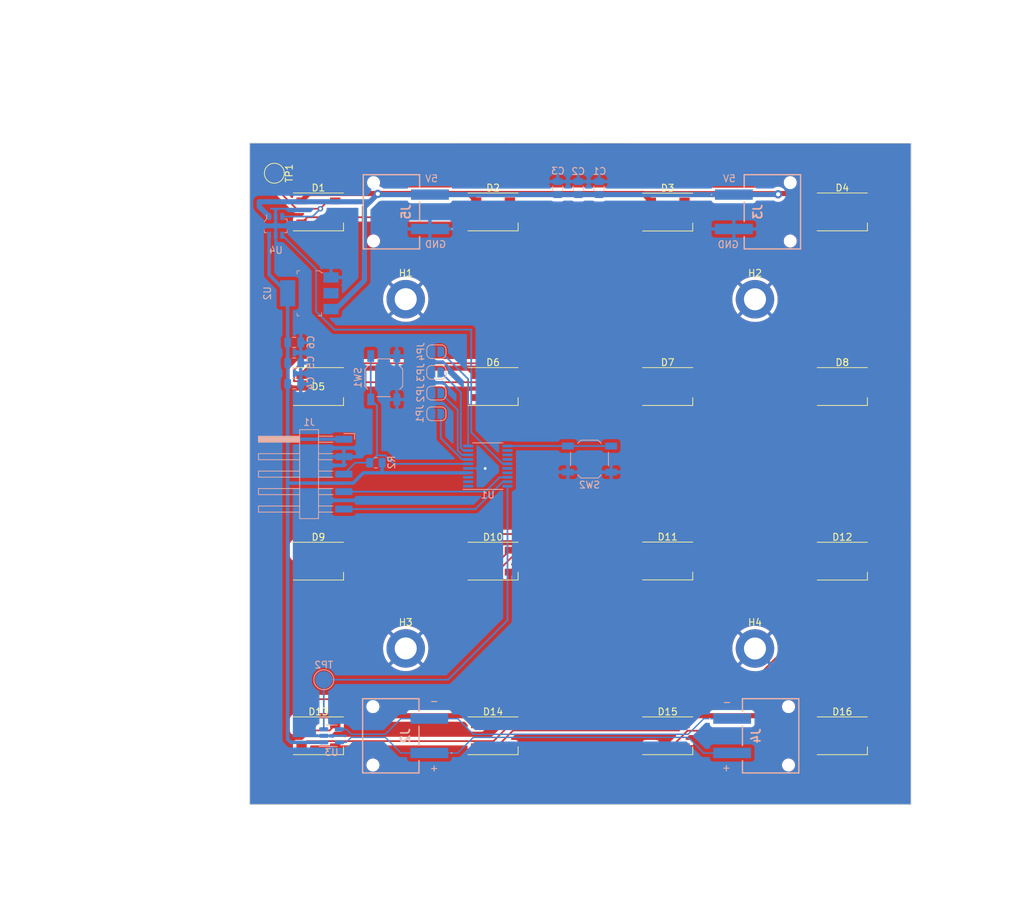
<source format=kicad_pcb>
(kicad_pcb (version 20221018) (generator pcbnew)
  (layers (0 "F.Cu" signal) (31 "B.Cu" signal) (34 "B.Paste" user) (35 "F.Paste" user) (36 "B.SilkS" user "B.Silkscreen") (37 "F.SilkS" user "F.Silkscreen") (38 "B.Mask" user) (39 "F.Mask" user) (44 "Edge.Cuts" user))
  (net 0 "")
  (net 1 "+5V")
  (net 2 "GND")
  (net 3 "+3V3")
  (net 4 "/LED_IN")
  (net 5 "Net-(D1-DOUT)")
  (net 6 "Net-(D2-DOUT)")
  (net 7 "Net-(D3-DOUT)")
  (net 8 "Net-(D4-DOUT)")
  (net 9 "Net-(D5-DOUT)")
  (net 10 "Net-(D6-DOUT)")
  (net 11 "Net-(D7-DOUT)")
  (net 12 "Net-(D8-DOUT)")
  (net 13 "Net-(D10-DIN)")
  (net 14 "Net-(D10-DOUT)")
  (net 15 "Net-(D11-DOUT)")
  (net 16 "Net-(D12-DOUT)")
  (net 17 "Net-(D13-DOUT)")
  (net 18 "Net-(D14-DOUT)")
  (net 19 "Net-(D15-DOUT)")
  (net 21 "/ID0")
  (net 22 "/ID1")
  (net 23 "/ID2")
  (net 24 "/ID3")
  (net 25 "/RST")
  (net 29 "/Test")
  (net 33 "/LED_OUT")
  (net 36 "/SWDIO")
  (net 37 "/SWCLK")
  (net 38 "/RX")
  (net 39 "/RX_N")
  (net 40 "/RX_P")
  (footprint "MountingHole:MountingHole_3.2mm_M3_DIN965_Pad" (layer "F.Cu") (at 199.25 117.13)
    (fp_text reference "H4" (at 0 -3.8) (layer "F.SilkS"))
    (fp_text value "MountingHole_Pad")
    (pad "1" thru_hole circle (at 0 0) (size 5.6 5.6) (drill 3.2) (layers "*.Cu" "*.Mask") (net 2 "GND"))
  )
  (footprint "LED_SMD:LED_SK6812_PLCC4_5.0x5.0mm_P3.2mm" (layer "F.Cu") (at 135.75 129.825)
    (fp_text reference "D13" (at 0 -3.5) (layer "F.SilkS"))
    (fp_text value "SK6812")
    (pad "1" smd rect (at 2.45 1.6) (size 1.5 1) (layers "F.Cu" "F.Paste" "F.Mask") (net 2 "GND"))
    (pad "2" smd rect (at 2.45 -1.6) (size 1.5 1) (layers "F.Cu" "F.Paste" "F.Mask") (net 16 "Net-(D12-DOUT)"))
    (pad "3" smd rect (at -2.45 -1.6) (size 1.5 1) (layers "F.Cu" "F.Paste" "F.Mask") (net 1 "+5V"))
    (pad "4" smd rect (at -2.45 1.6) (size 1.5 1) (layers "F.Cu" "F.Paste" "F.Mask") (net 17 "Net-(D13-DOUT)"))
  )
  (footprint "LED_SMD:LED_SK6812_PLCC4_5.0x5.0mm_P3.2mm" (layer "F.Cu") (at 161.15 129.825)
    (fp_text reference "D14" (at 0 -3.5) (layer "F.SilkS"))
    (fp_text value "SK6812")
    (pad "1" smd rect (at 2.45 1.6) (size 1.5 1) (layers "F.Cu" "F.Paste" "F.Mask") (net 2 "GND"))
    (pad "2" smd rect (at 2.45 -1.6) (size 1.5 1) (layers "F.Cu" "F.Paste" "F.Mask") (net 17 "Net-(D13-DOUT)"))
    (pad "3" smd rect (at -2.45 -1.6) (size 1.5 1) (layers "F.Cu" "F.Paste" "F.Mask") (net 1 "+5V"))
    (pad "4" smd rect (at -2.45 1.6) (size 1.5 1) (layers "F.Cu" "F.Paste" "F.Mask") (net 18 "Net-(D14-DOUT)"))
  )
  (footprint "MountingHole:MountingHole_3.2mm_M3_DIN965_Pad" (layer "F.Cu") (at 148.45 66.32)
    (fp_text reference "H1" (at 0 -3.8) (layer "F.SilkS"))
    (fp_text value "MountingHole_Pad")
    (pad "1" thru_hole circle (at 0 0) (size 5.6 5.6) (drill 3.2) (layers "*.Cu" "*.Mask") (net 2 "GND"))
  )
  (footprint "LED_SMD:LED_SK6812_PLCC4_5.0x5.0mm_P3.2mm" (layer "F.Cu") (at 211.95 53.625)
    (fp_text reference "D4" (at 0 -3.5) (layer "F.SilkS"))
    (fp_text value "SK6812")
    (pad "1" smd rect (at 2.45 1.6) (size 1.5 1) (layers "F.Cu" "F.Paste" "F.Mask") (net 2 "GND"))
    (pad "2" smd rect (at 2.45 -1.6) (size 1.5 1) (layers "F.Cu" "F.Paste" "F.Mask") (net 7 "Net-(D3-DOUT)"))
    (pad "3" smd rect (at -2.45 -1.6) (size 1.5 1) (layers "F.Cu" "F.Paste" "F.Mask") (net 1 "+5V"))
    (pad "4" smd rect (at -2.45 1.6) (size 1.5 1) (layers "F.Cu" "F.Paste" "F.Mask") (net 8 "Net-(D4-DOUT)"))
  )
  (footprint "LED_SMD:LED_SK6812_PLCC4_5.0x5.0mm_P3.2mm" (layer "F.Cu") (at 211.95 79.025)
    (fp_text reference "D8" (at 0 -3.5) (layer "F.SilkS"))
    (fp_text value "SK6812")
    (pad "1" smd rect (at 2.45 1.6) (size 1.5 1) (layers "F.Cu" "F.Paste" "F.Mask") (net 2 "GND"))
    (pad "2" smd rect (at 2.45 -1.6) (size 1.5 1) (layers "F.Cu" "F.Paste" "F.Mask") (net 11 "Net-(D7-DOUT)"))
    (pad "3" smd rect (at -2.45 -1.6) (size 1.5 1) (layers "F.Cu" "F.Paste" "F.Mask") (net 1 "+5V"))
    (pad "4" smd rect (at -2.45 1.6) (size 1.5 1) (layers "F.Cu" "F.Paste" "F.Mask") (net 12 "Net-(D8-DOUT)"))
  )
  (footprint "LED_SMD:LED_SK6812_PLCC4_5.0x5.0mm_P3.2mm" (layer "F.Cu") (at 186.55 104.4)
    (fp_text reference "D11" (at 0 -3.5) (layer "F.SilkS"))
    (fp_text value "SK6812")
    (pad "1" smd rect (at 2.45 1.6) (size 1.5 1) (layers "F.Cu" "F.Paste" "F.Mask") (net 2 "GND"))
    (pad "2" smd rect (at 2.45 -1.6) (size 1.5 1) (layers "F.Cu" "F.Paste" "F.Mask") (net 14 "Net-(D10-DOUT)"))
    (pad "3" smd rect (at -2.45 -1.6) (size 1.5 1) (layers "F.Cu" "F.Paste" "F.Mask") (net 1 "+5V"))
    (pad "4" smd rect (at -2.45 1.6) (size 1.5 1) (layers "F.Cu" "F.Paste" "F.Mask") (net 15 "Net-(D11-DOUT)"))
  )
  (footprint "LED_SMD:LED_SK6812_PLCC4_5.0x5.0mm_P3.2mm" (layer "F.Cu") (at 161.15 79.025)
    (fp_text reference "D6" (at 0 -3.5) (layer "F.SilkS"))
    (fp_text value "SK6812")
    (pad "1" smd rect (at 2.45 1.6) (size 1.5 1) (layers "F.Cu" "F.Paste" "F.Mask") (net 2 "GND"))
    (pad "2" smd rect (at 2.45 -1.6) (size 1.5 1) (layers "F.Cu" "F.Paste" "F.Mask") (net 9 "Net-(D5-DOUT)"))
    (pad "3" smd rect (at -2.45 -1.6) (size 1.5 1) (layers "F.Cu" "F.Paste" "F.Mask") (net 1 "+5V"))
    (pad "4" smd rect (at -2.45 1.6) (size 1.5 1) (layers "F.Cu" "F.Paste" "F.Mask") (net 10 "Net-(D6-DOUT)"))
  )
  (footprint "LED_SMD:LED_SK6812_PLCC4_5.0x5.0mm_P3.2mm" (layer "F.Cu") (at 211.95 129.825)
    (fp_text reference "D16" (at 0 -3.5) (layer "F.SilkS"))
    (fp_text value "SK6812")
    (pad "1" smd rect (at 2.45 1.6) (size 1.5 1) (layers "F.Cu" "F.Paste" "F.Mask") (net 2 "GND"))
    (pad "2" smd rect (at 2.45 -1.6) (size 1.5 1) (layers "F.Cu" "F.Paste" "F.Mask") (net 19 "Net-(D15-DOUT)"))
    (pad "3" smd rect (at -2.45 -1.6) (size 1.5 1) (layers "F.Cu" "F.Paste" "F.Mask") (net 1 "+5V"))
    (pad "4" smd rect (at -2.45 1.6) (size 1.5 1) (layers "F.Cu" "F.Paste" "F.Mask"))
  )
  (footprint "LED_SMD:LED_SK6812_PLCC4_5.0x5.0mm_P3.2mm" (layer "F.Cu") (at 135.75 53.625)
    (fp_text reference "D1" (at 0 -3.5) (layer "F.SilkS"))
    (fp_text value "SK6812")
    (pad "1" smd rect (at 2.45 1.6) (size 1.5 1) (layers "F.Cu" "F.Paste" "F.Mask") (net 2 "GND"))
    (pad "2" smd rect (at 2.45 -1.6) (size 1.5 1) (layers "F.Cu" "F.Paste" "F.Mask") (net 4 "/LED_IN"))
    (pad "3" smd rect (at -2.45 -1.6) (size 1.5 1) (layers "F.Cu" "F.Paste" "F.Mask") (net 1 "+5V"))
    (pad "4" smd rect (at -2.45 1.6) (size 1.5 1) (layers "F.Cu" "F.Paste" "F.Mask") (net 5 "Net-(D1-DOUT)"))
  )
  (footprint "LED_SMD:LED_SK6812_PLCC4_5.0x5.0mm_P3.2mm" (layer "F.Cu") (at 211.95 104.425)
    (fp_text reference "D12" (at 0 -3.5) (layer "F.SilkS"))
    (fp_text value "SK6812")
    (pad "1" smd rect (at 2.45 1.6) (size 1.5 1) (layers "F.Cu" "F.Paste" "F.Mask") (net 2 "GND"))
    (pad "2" smd rect (at 2.45 -1.6) (size 1.5 1) (layers "F.Cu" "F.Paste" "F.Mask") (net 15 "Net-(D11-DOUT)"))
    (pad "3" smd rect (at -2.45 -1.6) (size 1.5 1) (layers "F.Cu" "F.Paste" "F.Mask") (net 1 "+5V"))
    (pad "4" smd rect (at -2.45 1.6) (size 1.5 1) (layers "F.Cu" "F.Paste" "F.Mask") (net 16 "Net-(D12-DOUT)"))
  )
  (footprint "LED_SMD:LED_SK6812_PLCC4_5.0x5.0mm_P3.2mm" (layer "F.Cu") (at 186.55 129.825)
    (fp_text reference "D15" (at 0 -3.5) (layer "F.SilkS"))
    (fp_text value "SK6812")
    (pad "1" smd rect (at 2.45 1.6) (size 1.5 1) (layers "F.Cu" "F.Paste" "F.Mask") (net 2 "GND"))
    (pad "2" smd rect (at 2.45 -1.6) (size 1.5 1) (layers "F.Cu" "F.Paste" "F.Mask") (net 18 "Net-(D14-DOUT)"))
    (pad "3" smd rect (at -2.45 -1.6) (size 1.5 1) (layers "F.Cu" "F.Paste" "F.Mask") (net 1 "+5V"))
    (pad "4" smd rect (at -2.45 1.6) (size 1.5 1) (layers "F.Cu" "F.Paste" "F.Mask") (net 19 "Net-(D15-DOUT)"))
  )
  (footprint "LED_SMD:LED_SK6812_PLCC4_5.0x5.0mm_P3.2mm" (layer "F.Cu") (at 186.55 79.025)
    (fp_text reference "D7" (at 0 -3.5) (layer "F.SilkS"))
    (fp_text value "SK6812")
    (pad "1" smd rect (at 2.45 1.6) (size 1.5 1) (layers "F.Cu" "F.Paste" "F.Mask") (net 2 "GND"))
    (pad "2" smd rect (at 2.45 -1.6) (size 1.5 1) (layers "F.Cu" "F.Paste" "F.Mask") (net 10 "Net-(D6-DOUT)"))
    (pad "3" smd rect (at -2.45 -1.6) (size 1.5 1) (layers "F.Cu" "F.Paste" "F.Mask") (net 1 "+5V"))
    (pad "4" smd rect (at -2.45 1.6) (size 1.5 1) (layers "F.Cu" "F.Paste" "F.Mask") (net 11 "Net-(D7-DOUT)"))
  )
  (footprint "TestPoint:TestPoint_Pad_D2.5mm" (layer "F.Cu") (at 129.34 48 -90)
    (fp_text reference "TP1" (at 0 -2.148 90) (layer "F.SilkS"))
    (fp_text value "TestPoint")
    (pad "1" smd circle (at 0 0 270) (size 2.5 2.5) (layers "F.Cu" "F.Mask") (net 4 "/LED_IN"))
  )
  (footprint "MountingHole:MountingHole_3.2mm_M3_DIN965_Pad" (layer "F.Cu") (at 199.25 66.33)
    (fp_text reference "H2" (at 0 -3.8) (layer "F.SilkS"))
    (fp_text value "MountingHole_Pad")
    (pad "1" thru_hole circle (at 0 0) (size 5.6 5.6) (drill 3.2) (layers "*.Cu" "*.Mask") (net 2 "GND"))
  )
  (footprint "LED_SMD:LED_SK6812_PLCC4_5.0x5.0mm_P3.2mm" (layer "F.Cu") (at 161.15 53.625)
    (fp_text reference "D2" (at 0 -3.5) (layer "F.SilkS"))
    (fp_text value "SK6812")
    (pad "1" smd rect (at 2.45 1.6) (size 1.5 1) (layers "F.Cu" "F.Paste" "F.Mask") (net 2 "GND"))
    (pad "2" smd rect (at 2.45 -1.6) (size 1.5 1) (layers "F.Cu" "F.Paste" "F.Mask") (net 5 "Net-(D1-DOUT)"))
    (pad "3" smd rect (at -2.45 -1.6) (size 1.5 1) (layers "F.Cu" "F.Paste" "F.Mask") (net 1 "+5V"))
    (pad "4" smd rect (at -2.45 1.6) (size 1.5 1) (layers "F.Cu" "F.Paste" "F.Mask") (net 6 "Net-(D2-DOUT)"))
  )
  (footprint "MountingHole:MountingHole_3.2mm_M3_DIN965_Pad" (layer "F.Cu") (at 148.45 117.12)
    (fp_text reference "H3" (at 0 -3.8) (layer "F.SilkS"))
    (fp_text value "MountingHole_Pad")
    (pad "1" thru_hole circle (at 0 0) (size 5.6 5.6) (drill 3.2) (layers "*.Cu" "*.Mask") (net 2 "GND"))
  )
  (footprint "LED_SMD:LED_SK6812_PLCC4_5.0x5.0mm_P3.2mm" (layer "F.Cu") (at 161.15 104.425)
    (fp_text reference "D10" (at 0 -3.5) (layer "F.SilkS"))
    (fp_text value "SK6812")
    (pad "1" smd rect (at 2.45 1.6) (size 1.5 1) (layers "F.Cu" "F.Paste" "F.Mask") (net 2 "GND"))
    (pad "2" smd rect (at 2.45 -1.6) (size 1.5 1) (layers "F.Cu" "F.Paste" "F.Mask") (net 13 "Net-(D10-DIN)"))
    (pad "3" smd rect (at -2.45 -1.6) (size 1.5 1) (layers "F.Cu" "F.Paste" "F.Mask") (net 1 "+5V"))
    (pad "4" smd rect (at -2.45 1.6) (size 1.5 1) (layers "F.Cu" "F.Paste" "F.Mask") (net 14 "Net-(D10-DOUT)"))
  )
  (footprint "LED_SMD:LED_SK6812_PLCC4_5.0x5.0mm_P3.2mm" (layer "F.Cu") (at 186.55 53.65)
    (fp_text reference "D3" (at 0 -3.5) (layer "F.SilkS"))
    (fp_text value "SK6812")
    (pad "1" smd rect (at 2.45 1.6) (size 1.5 1) (layers "F.Cu" "F.Paste" "F.Mask") (net 2 "GND"))
    (pad "2" smd rect (at 2.45 -1.6) (size 1.5 1) (layers "F.Cu" "F.Paste" "F.Mask") (net 6 "Net-(D2-DOUT)"))
    (pad "3" smd rect (at -2.45 -1.6) (size 1.5 1) (layers "F.Cu" "F.Paste" "F.Mask") (net 1 "+5V"))
    (pad "4" smd rect (at -2.45 1.6) (size 1.5 1) (layers "F.Cu" "F.Paste" "F.Mask") (net 7 "Net-(D3-DOUT)"))
  )
  (footprint "LED_SMD:LED_SK6812_PLCC4_5.0x5.0mm_P3.2mm" (layer "F.Cu") (at 135.75 104.425)
    (fp_text reference "D9" (at 0 -3.5) (layer "F.SilkS"))
    (fp_text value "SK6812")
    (pad "1" smd rect (at 2.45 1.6) (size 1.5 1) (layers "F.Cu" "F.Paste" "F.Mask") (net 2 "GND"))
    (pad "2" smd rect (at 2.45 -1.6) (size 1.5 1) (layers "F.Cu" "F.Paste" "F.Mask") (net 12 "Net-(D8-DOUT)"))
    (pad "3" smd rect (at -2.45 -1.6) (size 1.5 1) (layers "F.Cu" "F.Paste" "F.Mask") (net 1 "+5V"))
    (pad "4" smd rect (at -2.45 1.6) (size 1.5 1) (layers "F.Cu" "F.Paste" "F.Mask") (net 13 "Net-(D10-DIN)"))
  )
  (footprint "LED_SMD:LED_SK6812_PLCC4_5.0x5.0mm_P3.2mm" (layer "F.Cu") (at 135.75 79.025)
    (fp_text reference "D5" (at -0.02 0.015) (layer "F.SilkS"))
    (fp_text value "SK6812")
    (pad "1" smd rect (at 2.45 1.6) (size 1.5 1) (layers "F.Cu" "F.Paste" "F.Mask") (net 2 "GND"))
    (pad "2" smd rect (at 2.45 -1.6) (size 1.5 1) (layers "F.Cu" "F.Paste" "F.Mask") (net 8 "Net-(D4-DOUT)"))
    (pad "3" smd rect (at -2.45 -1.6) (size 1.5 1) (layers "F.Cu" "F.Paste" "F.Mask") (net 1 "+5V"))
    (pad "4" smd rect (at -2.45 1.6) (size 1.5 1) (layers "F.Cu" "F.Paste" "F.Mask") (net 9 "Net-(D5-DOUT)"))
  )
  (footprint "2383938-2:23839382" (layer "B.Cu") (at 201.78 53.61 -90)
    (fp_text reference "J3" (at 0 2.125 90) (layer "B.SilkS") (effects (font (size 1.27 1.27) (thickness 0.254)) (justify mirror)))
    (fp_text value "Conn_01x02_Pin" hide)
    (pad "" np_thru_hole circle (at -4.25 -2.6 270) (size 1.4 1.4) (drill 1.4) (layers "*.Cu" "*.Mask"))
    (pad "" np_thru_hole circle (at 4.25 -2.6 270) (size 1.4 1.4) (drill 1.4) (layers "*.Cu" "*.Mask"))
    (pad "1" smd rect (at -2.5 5.6 270) (size 1.5 5.5) (layers "B.Cu" "B.Paste" "B.Mask") (net 1 "+5V"))
    (pad "2" smd rect (at 2.5 5.6 270) (size 1.5 5.5) (layers "B.Cu" "B.Paste" "B.Mask") (net 2 "GND"))
  )
  (footprint "2383938-2:23839382" (layer "B.Cu") (at 201.53 129.83 -90)
    (fp_text reference "J4" (at 0 2.125 90) (layer "B.SilkS") (effects (font (size 1.27 1.27) (thickness 0.254)) (justify mirror)))
    (fp_text value "Conn_01x02_Pin" hide)
    (pad "" np_thru_hole circle (at -4.25 -2.6 270) (size 1.4 1.4) (drill 1.4) (layers "*.Cu" "*.Mask"))
    (pad "" np_thru_hole circle (at 4.25 -2.6 270) (size 1.4 1.4) (drill 1.4) (layers "*.Cu" "*.Mask"))
    (pad "1" smd rect (at -2.5 5.6 270) (size 1.5 5.5) (layers "B.Cu" "B.Paste" "B.Mask") (net 39 "/RX_N"))
    (pad "2" smd rect (at 2.5 5.6 270) (size 1.5 5.5) (layers "B.Cu" "B.Paste" "B.Mask") (net 40 "/RX_P"))
  )
  (footprint "Button_Switch_SMD:SW_SPST_TL3342" (layer "B.Cu") (at 145.26 77.75 -90)
    (fp_text reference "SW1" (at 0 3.75 90) (layer "B.SilkS") (effects (justify mirror)))
    (fp_text value "SW_Push")
    (pad "1" smd rect (at -3.15 1.9 270) (size 1.7 1) (layers "B.Cu" "B.Paste" "B.Mask") (net 25 "/RST"))
    (pad "1" smd rect (at 3.15 1.9 270) (size 1.7 1) (layers "B.Cu" "B.Paste" "B.Mask") (net 25 "/RST"))
    (pad "2" smd rect (at -3.15 -1.9 270) (size 1.7 1) (layers "B.Cu" "B.Paste" "B.Mask") (net 2 "GND"))
    (pad "2" smd rect (at 3.15 -1.9 270) (size 1.7 1) (layers "B.Cu" "B.Paste" "B.Mask") (net 2 "GND"))
  )
  (footprint "2383938-2:23839382" (layer "B.Cu") (at 146.28 129.83 90)
    (fp_text reference "J2" (at 0 2.125 90) (layer "B.SilkS") (effects (font (size 1.27 1.27) (thickness 0.254)) (justify mirror)))
    (fp_text value "Conn_01x02_Pin" hide)
    (pad "" np_thru_hole circle (at -4.25 -2.6 90) (size 1.4 1.4) (drill 1.4) (layers "*.Cu" "*.Mask"))
    (pad "" np_thru_hole circle (at 4.25 -2.6 90) (size 1.4 1.4) (drill 1.4) (layers "*.Cu" "*.Mask"))
    (pad "1" smd rect (at -2.5 5.6 90) (size 1.5 5.5) (layers "B.Cu" "B.Paste" "B.Mask") (net 40 "/RX_P"))
    (pad "2" smd rect (at 2.5 5.6 90) (size 1.5 5.5) (layers "B.Cu" "B.Paste" "B.Mask") (net 39 "/RX_N"))
  )
  (footprint "TestPoint:TestPoint_Pad_D2.5mm" (layer "B.Cu") (at 136.53 121.67 180)
    (fp_text reference "TP2" (at 0 2.148) (layer "B.SilkS") (effects (justify mirror)))
    (fp_text value "TestPoint")
    (pad "1" smd circle (at 0 0 180) (size 2.5 2.5) (layers "B.Cu" "B.Mask") (net 38 "/RX"))
  )
  (footprint "Package_SO:TSSOP-20_4.4x6.5mm_P0.65mm" (layer "B.Cu") (at 160.39 90.6)
    (fp_text reference "U1" (at 0 4.2) (layer "B.SilkS") (effects (justify mirror)))
    (fp_text value "STM32G030F6Px")
    (pad "1" smd roundrect (at -2.8625 2.925) (size 1.475 0.4) (layers "B.Cu" "B.Paste" "B.Mask"))
    (pad "2" smd roundrect (at -2.8625 2.275) (size 1.475 0.4) (layers "B.Cu" "B.Paste" "B.Mask"))
    (pad "3" smd roundrect (at -2.8625 1.625) (size 1.475 0.4) (layers "B.Cu" "B.Paste" "B.Mask"))
    (pad "4" smd roundrect (at -2.8625 0.975) (size 1.475 0.4) (layers "B.Cu" "B.Paste" "B.Mask") (net 3 "+3V3"))
    (pad "5" smd roundrect (at -2.8625 0.325) (size 1.475 0.4) (layers "B.Cu" "B.Paste" "B.Mask") (net 2 "GND"))
    (pad "6" smd roundrect (at -2.8625 -0.325) (size 1.475 0.4) (layers "B.Cu" "B.Paste" "B.Mask") (net 25 "/RST"))
    (pad "7" smd roundrect (at -2.8625 -0.975) (size 1.475 0.4) (layers "B.Cu" "B.Paste" "B.Mask") (net 21 "/ID0"))
    (pad "8" smd roundrect (at -2.8625 -1.625) (size 1.475 0.4) (layers "B.Cu" "B.Paste" "B.Mask") (net 22 "/ID1"))
    (pad "9" smd roundrect (at -2.8625 -2.275) (size 1.475 0.4) (layers "B.Cu" "B.Paste" "B.Mask") (net 23 "/ID2"))
    (pad "10" smd roundrect (at -2.8625 -2.925) (size 1.475 0.4) (layers "B.Cu" "B.Paste" "B.Mask") (net 24 "/ID3"))
    (pad "11" smd roundrect (at 2.8625 -2.925) (size 1.475 0.4) (layers "B.Cu" "B.Paste" "B.Mask") (net 29 "/Test"))
    (pad "12" smd roundrect (at 2.8625 -2.275) (size 1.475 0.4) (layers "B.Cu" "B.Paste" "B.Mask"))
    (pad "13" smd roundrect (at 2.8625 -1.625) (size 1.475 0.4) (layers "B.Cu" "B.Paste" "B.Mask"))
    (pad "14" smd roundrect (at 2.8625 -0.975) (size 1.475 0.4) (layers "B.Cu" "B.Paste" "B.Mask"))
    (pad "15" smd roundrect (at 2.8625 -0.325) (size 1.475 0.4) (layers "B.Cu" "B.Paste" "B.Mask") (net 33 "/LED_OUT"))
    (pad "16" smd roundrect (at 2.8625 0.325) (size 1.475 0.4) (layers "B.Cu" "B.Paste" "B.Mask"))
    (pad "17" smd roundrect (at 2.8625 0.975) (size 1.475 0.4) (layers "B.Cu" "B.Paste" "B.Mask"))
    (pad "18" smd roundrect (at 2.8625 1.625) (size 1.475 0.4) (layers "B.Cu" "B.Paste" "B.Mask") (net 36 "/SWDIO"))
    (pad "19" smd roundrect (at 2.8625 2.275) (size 1.475 0.4) (layers "B.Cu" "B.Paste" "B.Mask") (net 37 "/SWCLK"))
    (pad "20" smd roundrect (at 2.8625 2.925) (size 1.475 0.4) (layers "B.Cu" "B.Paste" "B.Mask") (net 38 "/RX"))
  )
  (footprint "Capacitor_SMD:C_0805_2012Metric" (layer "B.Cu") (at 170.55 50.16 90)
    (fp_text reference "C3" (at 2.49 0.04) (layer "B.SilkS") (effects (justify mirror)))
    (fp_text value "1u")
    (pad "1" smd roundrect (at -0.95 0 90) (size 1 1.45) (layers "B.Cu" "B.Paste" "B.Mask") (net 1 "+5V"))
    (pad "2" smd roundrect (at 0.95 0 90) (size 1 1.45) (layers "B.Cu" "B.Paste" "B.Mask") (net 2 "GND"))
  )
  (footprint "Capacitor_SMD:C_0805_2012Metric" (layer "B.Cu") (at 132.23 75.61)
    (fp_text reference "C5" (at 2.37 -0.09 90) (layer "B.SilkS") (effects (justify mirror)))
    (fp_text value "10u")
    (pad "1" smd roundrect (at -0.95 0) (size 1 1.45) (layers "B.Cu" "B.Paste" "B.Mask") (net 3 "+3V3"))
    (pad "2" smd roundrect (at 0.95 0) (size 1 1.45) (layers "B.Cu" "B.Paste" "B.Mask") (net 2 "GND"))
  )
  (footprint "digikey-footprints:SOT-223" (layer "B.Cu") (at 134.43 65.46 -90)
    (fp_text reference "U2" (at 0 6.1 90) (layer "B.SilkS") (effects (justify mirror)))
    (fp_text value "LM1117MPX-3_3_NOPB")
    (pad "1" smd rect (at -2.3 -3.15 270) (size 1.5 2.2) (layers "B.Cu" "B.Paste" "B.Mask") (net 2 "GND"))
    (pad "2" smd rect (at 0 -3.15 270) (size 1.5 2.2) (layers "B.Cu" "B.Paste" "B.Mask") (net 3 "+3V3"))
    (pad "3" smd rect (at 2.3 -3.15 270) (size 1.5 2.2) (layers "B.Cu" "B.Paste" "B.Mask") (net 1 "+5V"))
    (pad "4" smd rect (at 0 3.15 270) (size 3.8 2.2) (layers "B.Cu" "B.Paste" "B.Mask") (net 3 "+3V3"))
  )
  (footprint "digikey-footprints:SOT-23-6" (layer "B.Cu") (at 129.53 55.65)
    (fp_text reference "U4" (at 0.025 3.55) (layer "B.SilkS") (effects (justify mirror)))
    (fp_text value "SN74LVC1T45DBVR")
    (pad "1" smd rect (at -0.95 -1.35) (size 0.55 1) (layers "B.Cu" "B.Paste" "B.Mask") (net 1 "+5V"))
    (pad "2" smd rect (at 0 -1.35) (size 0.55 1) (layers "B.Cu" "B.Paste" "B.Mask") (net 2 "GND"))
    (pad "3" smd rect (at 0.95 -1.35) (size 0.55 1) (layers "B.Cu" "B.Paste" "B.Mask") (net 4 "/LED_IN"))
    (pad "4" smd rect (at 0.95 1.35) (size 0.55 1) (layers "B.Cu" "B.Paste" "B.Mask") (net 33 "/LED_OUT"))
    (pad "5" smd rect (at 0 1.35) (size 0.55 1) (layers "B.Cu" "B.Paste" "B.Mask") (net 2 "GND"))
    (pad "6" smd rect (at -0.95 1.35) (size 0.55 1) (layers "B.Cu" "B.Paste" "B.Mask") (net 3 "+3V3"))
  )
  (footprint "Jumper:SolderJumper-2_P1.3mm_Open_RoundedPad1.0x1.5mm" (layer "B.Cu") (at 152.91 82.99 180)
    (fp_text reference "JP1" (at 2.4 0 90) (layer "B.SilkS") (effects (justify mirror)))
    (fp_text value "Jumper_2_Open")
    (pad "1" smd custom (at -0.65 0 180) (size 1 0.5) (layers "B.Cu" "B.Mask") (net 21 "/ID0") (options (clearance outline) (anchor rect)) (primitives (gr_circle (center 0 -0.25) (end 0.5 -0.25) (width 0) (fill yes)) (gr_circle (center 0 0.25) (end 0.5 0.25) (width 0) (fill yes)) (gr_poly (pts (xy 0.5 -0.75) (xy 0 -0.75) (xy 0 0.75) (xy 0.5 0.75)) (width 0) (fill yes))))
    (pad "2" smd custom (at 0.65 0 180) (size 1 0.5) (layers "B.Cu" "B.Mask") (net 2 "GND") (options (clearance outline) (anchor rect)) (primitives (gr_circle (center 0 -0.25) (end 0.5 -0.25) (width 0) (fill yes)) (gr_circle (center 0 0.25) (end 0.5 0.25) (width 0) (fill yes)) (gr_poly (pts (xy 0 -0.75) (xy -0.5 -0.75) (xy -0.5 0.75) (xy 0 0.75)) (width 0) (fill yes))))
  )
  (footprint "Connector_Harwin:Harwin_M20-89005xx_1x05_P2.54mm_Horizontal" (layer "B.Cu") (at 133.92 91.77 180)
    (fp_text reference "J1" (at -0.48 7.55) (layer "B.SilkS") (effects (justify mirror)))
    (fp_text value "Conn_01x05_Pin")
    (pad "" smd rect (at 3.895 5.08 180) (size 6 0.76) (layers "B.SilkS"))
    (pad "1" smd rect (at -5.525 5.08 180) (size 2.5 1) (layers "B.Cu" "B.Paste" "B.Mask") (net 3 "+3V3"))
    (pad "2" smd rect (at -5.525 2.54 180) (size 2.5 1) (layers "B.Cu" "B.Paste" "B.Mask") (net 2 "GND"))
    (pad "3" smd rect (at -5.525 0 180) (size 2.5 1) (layers "B.Cu" "B.Paste" "B.Mask") (net 25 "/RST"))
    (pad "4" smd rect (at -5.525 -2.54 180) (size 2.5 1) (layers "B.Cu" "B.Paste" "B.Mask") (net 36 "/SWDIO"))
    (pad "5" smd rect (at -5.525 -5.08 180) (size 2.5 1) (layers "B.Cu" "B.Paste" "B.Mask") (net 37 "/SWCLK"))
  )
  (footprint "Jumper:SolderJumper-2_P1.3mm_Open_RoundedPad1.0x1.5mm" (layer "B.Cu") (at 152.91 79.98 180)
    (fp_text reference "JP2" (at 2.3 0 90) (layer "B.SilkS") (effects (justify mirror)))
    (fp_text value "Jumper_2_Open")
    (pad "1" smd custom (at -0.65 0 180) (size 1 0.5) (layers "B.Cu" "B.Mask") (net 22 "/ID1") (options (clearance outline) (anchor rect)) (primitives (gr_circle (center 0 -0.25) (end 0.5 -0.25) (width 0) (fill yes)) (gr_circle (center 0 0.25) (end 0.5 0.25) (width 0) (fill yes)) (gr_poly (pts (xy 0.5 -0.75) (xy 0 -0.75) (xy 0 0.75) (xy 0.5 0.75)) (width 0) (fill yes))))
    (pad "2" smd custom (at 0.65 0 180) (size 1 0.5) (layers "B.Cu" "B.Mask") (net 2 "GND") (options (clearance outline) (anchor rect)) (primitives (gr_circle (center 0 -0.25) (end 0.5 -0.25) (width 0) (fill yes)) (gr_circle (center 0 0.25) (end 0.5 0.25) (width 0) (fill yes)) (gr_poly (pts (xy 0 -0.75) (xy -0.5 -0.75) (xy -0.5 0.75) (xy 0 0.75)) (width 0) (fill yes))))
  )
  (footprint "Resistor_SMD:R_0805_2012Metric" (layer "B.Cu") (at 144.11 90.11 180)
    (fp_text reference "R2" (at -2.28 0.05 90) (layer "B.SilkS") (effects (justify mirror)))
    (fp_text value "10k")
    (pad "1" smd roundrect (at -0.9125 0 180) (size 1.025 1.4) (layers "B.Cu" "B.Paste" "B.Mask") (roundrect_rratio 0.243902439) (net 3 "+3V3"))
    (pad "2" smd roundrect (at 0.9125 0 180) (size 1.025 1.4) (layers "B.Cu" "B.Paste" "B.Mask") (roundrect_rratio 0.243902439) (net 25 "/RST"))
  )
  (footprint "Jumper:SolderJumper-2_P1.3mm_Open_RoundedPad1.0x1.5mm" (layer "B.Cu") (at 152.91 76.97 180)
    (fp_text reference "JP3" (at 2.27 -0.01 90) (layer "B.SilkS") (effects (justify mirror)))
    (fp_text value "Jumper_2_Open")
    (pad "1" smd custom (at -0.65 0 180) (size 1 0.5) (layers "B.Cu" "B.Mask") (net 23 "/ID2") (options (clearance outline) (anchor rect)) (primitives (gr_circle (center 0 -0.25) (end 0.5 -0.25) (width 0) (fill yes)) (gr_circle (center 0 0.25) (end 0.5 0.25) (width 0) (fill yes)) (gr_poly (pts (xy 0.5 -0.75) (xy 0 -0.75) (xy 0 0.75) (xy 0.5 0.75)) (width 0) (fill yes))))
    (pad "2" smd custom (at 0.65 0 180) (size 1 0.5) (layers "B.Cu" "B.Mask") (net 2 "GND") (options (clearance outline) (anchor rect)) (primitives (gr_circle (center 0 -0.25) (end 0.5 -0.25) (width 0) (fill yes)) (gr_circle (center 0 0.25) (end 0.5 0.25) (width 0) (fill yes)) (gr_poly (pts (xy 0 -0.75) (xy -0.5 -0.75) (xy -0.5 0.75) (xy 0 0.75)) (width 0) (fill yes))))
  )
  (footprint "Button_Switch_SMD:SW_SPST_TL3342" (layer "B.Cu") (at 175.18 89.58)
    (fp_text reference "SW2" (at 0 3.75 -360) (layer "B.SilkS") (effects (justify mirror)))
    (fp_text value "SW_Push")
    (pad "1" smd rect (at -3.15 1.9) (size 1.7 1) (layers "B.Cu" "B.Paste" "B.Mask") (net 2 "GND"))
    (pad "1" smd rect (at 3.15 1.9) (size 1.7 1) (layers "B.Cu" "B.Paste" "B.Mask") (net 2 "GND"))
    (pad "2" smd rect (at -3.15 -1.9) (size 1.7 1) (layers "B.Cu" "B.Paste" "B.Mask") (net 29 "/Test"))
    (pad "2" smd rect (at 3.15 -1.9) (size 1.7 1) (layers "B.Cu" "B.Paste" "B.Mask") (net 29 "/Test"))
  )
  (footprint "Jumper:SolderJumper-2_P1.3mm_Open_RoundedPad1.0x1.5mm" (layer "B.Cu") (at 152.91 73.96 180)
    (fp_text reference "JP4" (at 2.27 0.01 90) (layer "B.SilkS") (effects (justify mirror)))
    (fp_text value "Jumper_2_Open")
    (pad "1" smd custom (at -0.65 0 180) (size 1 0.5) (layers "B.Cu" "B.Mask") (net 24 "/ID3") (options (clearance outline) (anchor rect)) (primitives (gr_circle (center 0 -0.25) (end 0.5 -0.25) (width 0) (fill yes)) (gr_circle (center 0 0.25) (end 0.5 0.25) (width 0) (fill yes)) (gr_poly (pts (xy 0.5 -0.75) (xy 0 -0.75) (xy 0 0.75) (xy 0.5 0.75)) (width 0) (fill yes))))
    (pad "2" smd custom (at 0.65 0 180) (size 1 0.5) (layers "B.Cu" "B.Mask") (net 2 "GND") (options (clearance outline) (anchor rect)) (primitives (gr_circle (center 0 -0.25) (end 0.5 -0.25) (width 0) (fill yes)) (gr_circle (center 0 0.25) (end 0.5 0.25) (width 0) (fill yes)) (gr_poly (pts (xy 0 -0.75) (xy -0.5 -0.75) (xy -0.5 0.75) (xy 0 0.75)) (width 0) (fill yes))))
  )
  (footprint "Capacitor_SMD:C_0805_2012Metric" (layer "B.Cu") (at 132.23 72.6)
    (fp_text reference "C6" (at 2.41 -0.02 90) (layer "B.SilkS") (effects (justify mirror)))
    (fp_text value "1u")
    (pad "1" smd roundrect (at -0.95 0) (size 1 1.45) (layers "B.Cu" "B.Paste" "B.Mask") (net 3 "+3V3"))
    (pad "2" smd roundrect (at 0.95 0) (size 1 1.45) (layers "B.Cu" "B.Paste" "B.Mask") (net 2 "GND"))
  )
  (footprint "Capacitor_SMD:C_0805_2012Metric" (layer "B.Cu") (at 173.56 50.16 90)
    (fp_text reference "C2" (at 2.43 -0.02) (layer "B.SilkS") (effects (justify mirror)))
    (fp_text value "10u")
    (pad "1" smd roundrect (at -0.95 0 90) (size 1 1.45) (layers "B.Cu" "B.Paste" "B.Mask") (net 1 "+5V"))
    (pad "2" smd roundrect (at 0.95 0 90) (size 1 1.45) (layers "B.Cu" "B.Paste" "B.Mask") (net 2 "GND"))
  )
  (footprint "Capacitor_SMD:C_0805_2012Metric" (layer "B.Cu") (at 176.57 50.16 90)
    (fp_text reference "C1" (at 2.45 0.07) (layer "B.SilkS") (effects (justify mirror)))
    (fp_text value "100u")
    (pad "1" smd roundrect (at -0.95 0 90) (size 1 1.45) (layers "B.Cu" "B.Paste" "B.Mask") (net 1 "+5V"))
    (pad "2" smd roundrect (at 0.95 0 90) (size 1 1.45) (layers "B.Cu" "B.Paste" "B.Mask") (net 2 "GND"))
  )
  (footprint "Capacitor_SMD:C_0805_2012Metric" (layer "B.Cu") (at 132.23 78.62)
    (fp_text reference "C4" (at 2.39 -0.06 90) (layer "B.SilkS") (effects (justify mirror)))
    (fp_text value "0.1u")
    (pad "1" smd roundrect (at -0.95 0) (size 1 1.45) (layers "B.Cu" "B.Paste" "B.Mask") (net 3 "+3V3"))
    (pad "2" smd roundrect (at 0.95 0) (size 1 1.45) (layers "B.Cu" "B.Paste" "B.Mask") (net 2 "GND"))
  )
  (footprint "2383938-2:23839382" (layer "B.Cu") (at 146.37 53.61 90)
    (fp_text reference "J5" (at 0 2.125 90) (layer "B.SilkS") (effects (font (size 1.27 1.27) (thickness 0.254)) (justify mirror)))
    (fp_text value "Conn_01x02_Pin" hide)
    (pad "" np_thru_hole circle (at -4.25 -2.6 90) (size 1.4 1.4) (drill 1.4) (layers "*.Cu" "*.Mask"))
    (pad "" np_thru_hole circle (at 4.25 -2.6 90) (size 1.4 1.4) (drill 1.4) (layers "*.Cu" "*.Mask"))
    (pad "1" smd rect (at -2.5 5.6 90) (size 1.5 5.5) (layers "B.Cu" "B.Paste" "B.Mask") (net 2 "GND"))
    (pad "2" smd rect (at 2.5 5.6 90) (size 1.5 5.5) (layers "B.Cu" "B.Paste" "B.Mask") (net 1 "+5V"))
  )
  (footprint "Package_TO_SOT_SMD:SOT-23-5" (layer "B.Cu") (at 137.66 129.83)
    (fp_text reference "U3" (at 0 2.4) (layer "B.SilkS") (effects (justify mirror)))
    (fp_text value "ISL3280ExHZ")
    (pad "1" smd roundrect (at -1.1375 0.95) (size 1.325 0.6) (layers "B.Cu" "B.Paste" "B.Mask") (net 3 "+3V3"))
    (pad "2" smd roundrect (at -1.1375 0) (size 1.325 0.6) (layers "B.Cu" "B.Paste" "B.Mask") (net 2 "GND"))
    (pad "3" smd roundrect (at -1.1375 -0.95) (size 1.325 0.6) (layers "B.Cu" "B.Paste" "B.Mask") (net 38 "/RX"))
    (pad "4" smd roundrect (at 1.1375 -0.95) (size 1.325 0.6) (layers "B.Cu" "B.Paste" "B.Mask") (net 39 "/RX_N"))
    (pad "5" smd roundrect (at 1.1375 0.95) (size 1.325 0.6) (layers "B.Cu" "B.Paste" "B.Mask") (net 40 "/RX_P"))
  )
  (gr_line (start 221.96 53.63) (end 221.95 139.82) (stroke (width 0.1)) (layer "Edge.Cuts"))
  (gr_line (start 211.95 43.63) (end 135.75 43.61) (stroke (width 0.1)) (layer "Edge.Cuts"))
  (gr_line (start 221.96 43.63) (end 211.95 43.63) (stroke (width 0.1)) (layer "Edge.Cuts"))
  (gr_line (start 221.95 139.82) (end 211.95 139.82) (stroke (width 0.1)) (layer "Edge.Cuts"))
  (gr_line (start 125.75 139.82) (end 211.95 139.82) (stroke (width 0.1)) (layer "Edge.Cuts"))
  (gr_line (start 125.75 53.62) (end 125.75 139.82) (stroke (width 0.1)) (layer "Edge.Cuts"))
  (gr_line (start 135.75 43.61) (end 125.75 43.61) (stroke (width 0.1)) (layer "Edge.Cuts"))
  (gr_line (start 125.75 43.61) (end 125.75 53.62) (stroke (width 0.1)) (layer "Edge.Cuts"))
  (gr_line (start 221.96 53.63) (end 221.96 43.63) (stroke (width 0.1)) (layer "Edge.Cuts"))
  (gr_text "-" (at 195.89 125.5) (layer "B.SilkS") (effects (font (size 1 1)) (justify left bottom mirror)))
  (gr_text "+" (at 195.81 135.05) (layer "B.SilkS") (effects (font (size 1 1)) (justify left bottom mirror)))
  (gr_text "-" (at 153.31 125.35) (layer "B.SilkS") (effects (font (size 1 1)) (justify left bottom mirror)))
  (gr_text "+" (at 153.3 135.1) (layer "B.SilkS") (effects (font (size 1 1)) (justify left bottom mirror)))
  (gr_text "5V" (at 153.21 49.37) (layer "B.SilkS") (effects (font (size 1 1)) (justify left bottom mirror)))
  (gr_text "GND" (at 196.98 58.96) (layer "B.SilkS") (effects (font (size 1 1)) (justify left bottom mirror)))
  (gr_text "GND" (at 154.41 58.93) (layer "B.SilkS") (effects (font (size 1 1)) (justify left bottom mirror)))
  (gr_text "5V" (at 196.52 49.36) (layer "B.SilkS") (effects (font (size 1 1)) (justify left bottom mirror)))
  (segment (start 215.725 50.95) (end 215.725 69.05) (width 0.75) (layer "F.Cu") (net 1))
  (segment (start 182.685 50.975) (end 182.66 50.95) (width 0.75) (layer "F.Cu") (net 1))
  (segment (start 183 50.95) (end 184.1 52.05) (width 0.75) (layer "F.Cu") (net 1))
  (segment (start 202.59 51.09) (end 202.475 50.975) (width 0.75) (layer "F.Cu") (net 1))
  (segment (start 133.3 102.825) (end 134.375 101.75) (width 0.75) (layer "F.Cu") (net 1))
  (segment (start 202.62 51.06) (end 202.59 51.09) (width 0.75) (layer "F.Cu") (net 1))
  (segment (start 183.025 76.35) (end 184.1 77.425) (width 0.75) (layer "F.Cu") (net 1))
  (segment (start 182.78 126.905) (end 208.18 126.905) (width 0.75) (layer "F.Cu") (net 1))
  (segment (start 144.39 51) (end 144.44 50.95) (width 0.75) (layer "F.Cu") (net 1))
  (segment (start 144.34 50.95) (end 144.39 51) (width 0.75) (layer "F.Cu") (net 1))
  (segment (start 215.725 96.6) (end 209.5 102.825) (width 0.75) (layer "F.Cu") (net 1))
  (segment (start 182.66 50.95) (end 183 50.95) (width 0.75) (layer "F.Cu") (net 1))
  (segment (start 134.375 101.75) (end 157.625 101.75) (width 0.75) (layer "F.Cu") (net 1))
  (segment (start 208.425 50.95) (end 202.73 50.95) (width 0.75) (layer "F.Cu") (net 1))
  (segment (start 157.625 50.95) (end 158.7 52.025) (width 0.75) (layer "F.Cu") (net 1))
  (segment (start 208.425 50.95) (end 215.725 50.95) (width 0.75) (layer "F.Cu") (net 1))
  (segment (start 215.725 69.05) (end 215.725 96.6) (width 0.75) (layer "F.Cu") (net 1))
  (segment (start 157.625 50.95) (end 182.66 50.95) (width 0.75) (layer "F.Cu") (net 1))
  (segment (start 183.05 101.75) (end 184.1 102.8) (width 0.75) (layer "F.Cu") (net 1))
  (segment (start 208.18 126.905) (end 209.5 128.225) (width 0.75) (layer "F.Cu") (net 1))
  (segment (start 157.38 126.905) (end 182.78 126.905) (width 0.75) (layer "F.Cu") (net 1))
  (segment (start 202.73 50.95) (end 202.62 51.06) (width 0.75) (layer "F.Cu") (net 1))
  (segment (start 208.425 50.95) (end 209.5 52.025) (width 0.75) (layer "F.Cu") (net 1))
  (segment (start 133.3 128.225) (end 134.62 126.905) (width 0.75) (layer "F.Cu") (net 1))
  (segment (start 157.625 76.35) (end 158.7 77.425) (width 0.75) (layer "F.Cu") (net 1))
  (segment (start 215.725 96.6) (end 215.725 119.36) (width 0.75) (layer "F.Cu") (net 1))
  (segment (start 215.725 69.05) (end 208.425 76.35) (width 0.75) (layer "F.Cu") (net 1))
  (segment (start 215.725 119.36) (end 208.18 126.905) (width 0.75) (layer "F.Cu") (net 1))
  (segment (start 157.625 101.75) (end 158.7 102.825) (width 0.75) (layer "F.Cu") (net 1))
  (segment (start 133.3 77.425) (end 134.375 76.35) (width 0.75) (layer "F.Cu") (net 1))
  (segment (start 144.44 50.95) (end 157.625 50.95) (width 0.75) (layer "F.Cu") (net 1))
  (segment (start 157.625 101.75) (end 183.05 101.75) (width 0.75) (layer "F.Cu") (net 1))
  (segment (start 134.375 76.35) (end 157.625 76.35) (width 0.75) (layer "F.Cu") (net 1))
  (segment (start 157.38 126.905) (end 158.7 128.225) (width 0.75) (layer "F.Cu") (net 1))
  (segment (start 134.375 50.95) (end 144.34 50.95) (width 0.75) (layer "F.Cu") (net 1))
  (segment (start 134.62 126.905) (end 157.38 126.905) (width 0.75) (layer "F.Cu") (net 1))
  (segment (start 182.78 126.905) (end 184.1 128.225) (width 0.75) (layer "F.Cu") (net 1))
  (segment (start 133.3 52.025) (end 134.375 50.95) (width 0.75) (layer "F.Cu") (net 1))
  (segment (start 202.475 50.975) (end 182.685 50.975) (width 0.75) (layer "F.Cu") (net 1))
  (segment (start 208.425 76.35) (end 209.5 77.425) (width 0.75) (layer "F.Cu") (net 1))
  (segment (start 157.625 76.35) (end 183.025 76.35) (width 0.75) (layer "F.Cu") (net 1))
  (segment (start 183.075 101.725) (end 208.4 101.725) (width 0.75) (layer "F.Cu") (net 1))
  (segment (start 208.4 101.725) (end 209.5 102.825) (width 0.75) (layer "F.Cu") (net 1))
  (segment (start 183.05 101.75) (end 183.075 101.725) (width 0.75) (layer "F.Cu") (net 1))
  (segment (start 183.025 76.35) (end 208.425 76.35) (width 0.75) (layer "F.Cu") (net 1))
  (via (at 202.62 51.06) (size 1.2) (drill 0.6) (layers "F.Cu" "B.Cu") (net 1))
  (via (at 144.39 51) (size 1.2) (drill 0.6) (layers "F.Cu" "B.Cu") (net 1))
  (segment (start 143.24 52.15) (end 127.15 52.15) (width 0.75) (layer "B.Cu") (net 1))
  (segment (start 138.28 67.76) (end 142.445 63.595) (width 0.75) (layer "B.Cu") (net 1))
  (segment (start 151.97 51.11) (end 196.18 51.11) (width 0.75) (layer "B.Cu") (net 1))
  (segment (start 142.445 52.945) (end 144.39 51) (width 0.75) (layer "B.Cu") (net 1))
  (segment (start 127.15 52.15) (end 127.15 52.87) (width 0.75) (layer "B.Cu") (net 1))
  (segment (start 144.28 51.11) (end 144.39 51) (width 0.75) (layer "B.Cu") (net 1))
  (segment (start 127.15 52.87) (end 128.58 54.3) (width 0.75) (layer "B.Cu") (net 1))
  (segment (start 137.58 67.76) (end 138.28 67.76) (width 0.75) (layer "B.Cu") (net 1))
  (segment (start 196.18 51.11) (end 202.59 51.09) (width 0.75) (layer "B.Cu") (net 1))
  (segment (start 202.59 51.09) (end 202.61 51.11) (width 0.75) (layer "B.Cu") (net 1))
  (segment (start 144.39 51) (end 143.24 52.15) (width 0.75) (layer "B.Cu") (net 1))
  (segment (start 142.445 63.595) (end 142.445 52.945) (width 0.75) (layer "B.Cu") (net 1))
  (segment (start 151.97 51.11) (end 144.5 51.11) (width 0.75) (layer "B.Cu") (net 1))
  (segment (start 144.5 51.11) (end 144.39 51) (width 0.75) (layer "B.Cu") (net 1))
  (via (at 160.01 90.94) (size 0.8) (drill 0.4) (layers "F.Cu" "B.Cu") (net 2))
  (segment (start 160.01 90.94) (end 160.005 90.925) (width 0.25) (layer "B.Cu") (net 2))
  (segment (start 157.5275 90.925) (end 160.01 90.94) (width 0.25) (layer "B.Cu") (net 2))
  (segment (start 131.28 65.46) (end 131.28 86.69) (width 0.5) (layer "B.Cu") (net 3))
  (segment (start 128.58 57) (end 128.58 62.76) (width 0.5) (layer "B.Cu") (net 3))
  (segment (start 140.795 93.07) (end 131.28 93.07) (width 0.5) (layer "B.Cu") (net 3))
  (segment (start 157.5275 91.575) (end 145.08 91.575) (width 0.5) (layer "B.Cu") (net 3))
  (segment (start 145.0225 90.11) (end 145.0225 91.5175) (width 0.5) (layer "B.Cu") (net 3))
  (segment (start 136.5225 130.78) (end 131.74 130.78) (width 0.5) (layer "B.Cu") (net 3))
  (segment (start 145.0225 91.5175) (end 145.08 91.575) (width 0.5) (layer "B.Cu") (net 3))
  (segment (start 131.28 130.32) (end 131.28 93.07) (width 0.5) (layer "B.Cu") (net 3))
  (segment (start 128.58 62.76) (end 131.28 65.46) (width 0.5) (layer "B.Cu") (net 3))
  (segment (start 145.08 91.575) (end 142.29 91.575) (width 0.5) (layer "B.Cu") (net 3))
  (segment (start 131.74 130.78) (end 131.28 130.32) (width 0.5) (layer "B.Cu") (net 3))
  (segment (start 142.29 91.575) (end 140.795 93.07) (width 0.5) (layer "B.Cu") (net 3))
  (segment (start 131.28 86.69) (end 131.28 93.07) (width 0.5) (layer "B.Cu") (net 3))
  (segment (start 139.445 86.69) (end 131.28 86.69) (width 0.5) (layer "B.Cu") (net 3))
  (segment (start 132.535 53.16) (end 136.04 53.16) (width 0.25) (layer "F.Cu") (net 4))
  (segment (start 136.04 53.13) (end 137.145 52.025) (width 0.25) (layer "F.Cu") (net 4))
  (segment (start 137.145 52.025) (end 138.2 52.025) (width 0.25) (layer "F.Cu") (net 4))
  (segment (start 136.04 53.16) (end 136.04 53.13) (width 0.25) (layer "F.Cu") (net 4))
  (segment (start 129.34 48) (end 129.34 49.965) (width 0.25) (layer "F.Cu") (net 4))
  (segment (start 129.34 49.965) (end 132.535 53.16) (width 0.25) (layer "F.Cu") (net 4))
  (segment (start 136.01 53.16) (end 136.01 53.16) (width 0.25) (layer "F.Cu") (net 4))
  (via (at 136.04 53.16) (size 0.8) (drill 0.4) (layers "F.Cu" "B.Cu") (net 4))
  (segment (start 134.9 54.3) (end 136.04 53.16) (width 0.25) (layer "B.Cu") (net 4))
  (segment (start 130.48 54.3) (end 134.9 54.3) (width 0.25) (layer "B.Cu") (net 4))
  (segment (start 133.3 55.225) (end 134.125 54.4) (width 0.25) (layer "F.Cu") (net 5))
  (segment (start 161.225 54.4) (end 163.6 52.025) (width 0.25) (layer "F.Cu") (net 5))
  (segment (start 134.125 54.4) (end 161.225 54.4) (width 0.25) (layer "F.Cu") (net 5))
  (segment (start 158.7 55.225) (end 161.7 55.225) (width 0.25) (layer "F.Cu") (net 6))
  (segment (start 188.175 52.875) (end 189 52.05) (width 0.25) (layer "F.Cu") (net 6))
  (segment (start 164.05 52.875) (end 188.175 52.875) (width 0.25) (layer "F.Cu") (net 6))
  (segment (start 161.7 55.225) (end 164.05 52.875) (width 0.25) (layer "F.Cu") (net 6))
  (segment (start 189.44 52.91) (end 213.515 52.91) (width 0.25) (layer "F.Cu") (net 7))
  (segment (start 187.1 55.25) (end 189.44 52.91) (width 0.25) (layer "F.Cu") (net 7))
  (segment (start 184.1 55.25) (end 187.1 55.25) (width 0.25) (layer "F.Cu") (net 7))
  (segment (start 213.515 52.91) (end 214.4 52.025) (width 0.25) (layer "F.Cu") (net 7))
  (segment (start 133.175 75.65) (end 132.2 76.625) (width 0.25) (layer "F.Cu") (net 8))
  (segment (start 132.2 78.225) (end 132.225 78.25) (width 0.25) (layer "F.Cu") (net 8))
  (segment (start 209.5 55.225) (end 209.5 60.92) (width 0.25) (layer "F.Cu") (net 8))
  (segment (start 132.225 78.25) (end 137.375 78.25) (width 0.25) (layer "F.Cu") (net 8))
  (segment (start 132.2 76.625) (end 132.2 78.225) (width 0.25) (layer "F.Cu") (net 8))
  (segment (start 137.375 78.25) (end 138.2 77.425) (width 0.25) (layer "F.Cu") (net 8))
  (segment (start 209.5 60.92) (end 194.77 75.65) (width 0.25) (layer "F.Cu") (net 8))
  (segment (start 194.77 75.65) (end 133.175 75.65) (width 0.25) (layer "F.Cu") (net 8))
  (segment (start 162.625 78.4) (end 163.6 77.425) (width 0.25) (layer "F.Cu") (net 9))
  (segment (start 136.3 80.625) (end 138.525 78.4) (width 0.25) (layer "F.Cu") (net 9))
  (segment (start 133.3 80.625) (end 136.3 80.625) (width 0.25) (layer "F.Cu") (net 9))
  (segment (start 138.525 78.4) (end 162.625 78.4) (width 0.25) (layer "F.Cu") (net 9))
  (segment (start 188.175 78.25) (end 189 77.425) (width 0.25) (layer "F.Cu") (net 10))
  (segment (start 158.7 80.625) (end 161.7 80.625) (width 0.25) (layer "F.Cu") (net 10))
  (segment (start 161.7 80.625) (end 164.075 78.25) (width 0.25) (layer "F.Cu") (net 10))
  (segment (start 164.075 78.25) (end 188.175 78.25) (width 0.25) (layer "F.Cu") (net 10))
  (segment (start 184.1 80.625) (end 187.1 80.625) (width 0.25) (layer "F.Cu") (net 11))
  (segment (start 189.475 78.25) (end 213.575 78.25) (width 0.25) (layer "F.Cu") (net 11))
  (segment (start 187.1 80.625) (end 189.475 78.25) (width 0.25) (layer "F.Cu") (net 11))
  (segment (start 213.575 78.25) (end 214.4 77.425) (width 0.25) (layer "F.Cu") (net 11))
  (segment (start 132.355 103.78) (end 137.245 103.78) (width 0.25) (layer "F.Cu") (net 12))
  (segment (start 132.225 102) (end 132.225 103.65) (width 0.25) (layer "F.Cu") (net 12))
  (segment (start 133.745 100.48) (end 132.225 102) (width 0.25) (layer "F.Cu") (net 12))
  (segment (start 209.5 88.29) (end 197.31 100.48) (width 0.25) (layer "F.Cu") (net 12))
  (segment (start 132.225 103.65) (end 132.355 103.78) (width 0.25) (layer "F.Cu") (net 12))
  (segment (start 137.245 103.78) (end 138.2 102.825) (width 0.25) (layer "F.Cu") (net 12))
  (segment (start 197.31 100.48) (end 133.745 100.48) (width 0.25) (layer "F.Cu") (net 12))
  (segment (start 209.5 80.625) (end 209.5 88.29) (width 0.25) (layer "F.Cu") (net 12))
  (segment (start 134.125 105.2) (end 161.225 105.2) (width 0.25) (layer "F.Cu") (net 13))
  (segment (start 161.225 105.2) (end 163.6 102.825) (width 0.25) (layer "F.Cu") (net 13))
  (segment (start 133.3 106.025) (end 134.125 105.2) (width 0.25) (layer "F.Cu") (net 13))
  (segment (start 164.075 103.65) (end 188.15 103.65) (width 0.25) (layer "F.Cu") (net 14))
  (segment (start 188.15 103.65) (end 189 102.8) (width 0.25) (layer "F.Cu") (net 14))
  (segment (start 158.7 106.025) (end 161.7 106.025) (width 0.25) (layer "F.Cu") (net 14))
  (segment (start 161.7 106.025) (end 164.075 103.65) (width 0.25) (layer "F.Cu") (net 14))
  (segment (start 189.45 103.65) (end 213.575 103.65) (width 0.25) (layer "F.Cu") (net 15))
  (segment (start 184.1 106) (end 187.1 106) (width 0.25) (layer "F.Cu") (net 15))
  (segment (start 213.575 103.65) (end 214.4 102.825) (width 0.25) (layer "F.Cu") (net 15))
  (segment (start 187.1 106) (end 189.45 103.65) (width 0.25) (layer "F.Cu") (net 15))
  (segment (start 209.5 106.025) (end 209.5 111.299418) (width 0.25) (layer "F.Cu") (net 16))
  (segment (start 137.375 129.05) (end 138.2 128.225) (width 0.25) (layer "F.Cu") (net 16))
  (segment (start 132.225 127.4) (end 132.225 129.05) (width 0.25) (layer "F.Cu") (net 16))
  (segment (start 196.294418 124.505) (end 135.12 124.505) (width 0.25) (layer "F.Cu") (net 16))
  (segment (start 132.225 129.05) (end 137.375 129.05) (width 0.25) (layer "F.Cu") (net 16))
  (segment (start 135.12 124.505) (end 132.225 127.4) (width 0.25) (layer "F.Cu") (net 16))
  (segment (start 209.5 111.299418) (end 196.294418 124.505) (width 0.25) (layer "F.Cu") (net 16))
  (segment (start 134.125 130.6) (end 161.225 130.6) (width 0.25) (layer "F.Cu") (net 17))
  (segment (start 133.3 131.425) (end 134.125 130.6) (width 0.25) (layer "F.Cu") (net 17))
  (segment (start 161.225 130.6) (end 163.6 128.225) (width 0.25) (layer "F.Cu") (net 17))
  (segment (start 158.7 131.425) (end 161.7 131.425) (width 0.25) (layer "F.Cu") (net 18))
  (segment (start 188.175 129.05) (end 189 128.225) (width 0.25) (layer "F.Cu") (net 18))
  (segment (start 164.075 129.05) (end 188.175 129.05) (width 0.25) (layer "F.Cu") (net 18))
  (segment (start 161.7 131.425) (end 164.075 129.05) (width 0.25) (layer "F.Cu") (net 18))
  (segment (start 213.535 129.09) (end 214.4 128.225) (width 0.25) (layer "F.Cu") (net 19))
  (segment (start 189.435 129.09) (end 213.535 129.09) (width 0.25) (layer "F.Cu") (net 19))
  (segment (start 187.1 131.425) (end 189.435 129.09) (width 0.25) (layer "F.Cu") (net 19))
  (segment (start 184.1 131.425) (end 187.1 131.425) (width 0.25) (layer "F.Cu") (net 19))
  (segment (start 156.648604 89.625) (end 157.5275 89.625) (width 0.25) (layer "B.Cu") (net 21))
  (segment (start 153.56 86.536396) (end 156.648604 89.625) (width 0.25) (layer "B.Cu") (net 21))
  (segment (start 153.56 82.99) (end 153.56 86.536396) (width 0.25) (layer "B.Cu") (net 21))
  (segment (start 156.635 88.975) (end 157.5275 88.975) (width 0.25) (layer "B.Cu") (net 22))
  (segment (start 153.56 79.98) (end 156.015 82.435) (width 0.25) (layer "B.Cu") (net 22))
  (segment (start 156.015 82.435) (end 156.015 88.355) (width 0.25) (layer "B.Cu") (net 22))
  (segment (start 156.015 88.355) (end 156.635 88.975) (width 0.25) (layer "B.Cu") (net 22))
  (segment (start 156.465 79.875) (end 156.465 87.955) (width 0.25) (layer "B.Cu") (net 23))
  (segment (start 156.465 87.955) (end 156.835 88.325) (width 0.25) (layer "B.Cu") (net 23))
  (segment (start 156.835 88.325) (end 157.5275 88.325) (width 0.25) (layer "B.Cu") (net 23))
  (segment (start 153.56 76.97) (end 156.465 79.875) (width 0.25) (layer "B.Cu") (net 23))
  (segment (start 153.56 73.96) (end 157.5275 77.9275) (width 0.25) (layer "B.Cu") (net 24))
  (segment (start 157.5275 77.9275) (end 157.5275 87.675) (width 0.25) (layer "B.Cu") (net 24))
  (segment (start 144.265 81.805) (end 144.265 89.0425) (width 0.25) (layer "B.Cu") (net 25))
  (segment (start 144.265 81.805) (end 143.36 80.9) (width 0.25) (layer "B.Cu") (net 25))
  (segment (start 143.36 80.9) (end 143.36 74.6) (width 0.25) (layer "B.Cu") (net 25))
  (segment (start 146.713173 90.275) (end 145.480673 89.0425) (width 0.25) (layer "B.Cu") (net 25))
  (segment (start 157.5275 90.275) (end 146.713173 90.275) (width 0.25) (layer "B.Cu") (net 25))
  (segment (start 143.1975 90.11) (end 141.105 90.11) (width 0.25) (layer "B.Cu") (net 25))
  (segment (start 141.105 90.11) (end 139.445 91.77) (width 0.25) (layer "B.Cu") (net 25))
  (segment (start 145.480673 89.0425) (end 144.265 89.0425) (width 0.25) (layer "B.Cu") (net 25))
  (segment (start 144.265 89.0425) (end 143.1975 90.11) (width 0.25) (layer "B.Cu") (net 25))
  (segment (start 178.33 87.68) (end 172.03 87.68) (width 0.25) (layer "B.Cu") (net 29))
  (segment (start 172.03 87.68) (end 163.2575 87.68) (width 0.25) (layer "B.Cu") (net 29))
  (segment (start 163.2575 87.68) (end 163.2525 87.675) (width 0.25) (layer "B.Cu") (net 29))
  (segment (start 163.2525 90.275) (end 162.563959 90.275) (width 0.25) (layer "B.Cu") (net 33))
  (segment (start 135.41 61.93) (end 130.48 57) (width 0.25) (layer "B.Cu") (net 33))
  (segment (start 162.563959 90.275) (end 157.9775 85.688541) (width 0.25) (layer "B.Cu") (net 33))
  (segment (start 157.9775 85.688541) (end 157.9775 70.7575) (width 0.25) (layer "B.Cu") (net 33))
  (segment (start 157.9775 70.7575) (end 138.0775 70.7575) (width 0.25) (layer "B.Cu") (net 33))
  (segment (start 135.41 68.09) (end 135.41 61.93) (width 0.25) (layer "B.Cu") (net 33))
  (segment (start 138.0775 70.7575) (end 135.41 68.09) (width 0.25) (layer "B.Cu") (net 33))
  (segment (start 162.115 92.225) (end 160.03 94.31) (width 0.25) (layer "B.Cu") (net 36))
  (segment (start 163.2525 92.225) (end 162.115 92.225) (width 0.25) (layer "B.Cu") (net 36))
  (segment (start 160.03 94.31) (end 139.445 94.31) (width 0.25) (layer "B.Cu") (net 36))
  (segment (start 163.2525 92.875) (end 162.563959 92.875) (width 0.25) (layer "B.Cu") (net 37))
  (segment (start 158.588959 96.85) (end 139.445 96.85) (width 0.25) (layer "B.Cu") (net 37))
  (segment (start 162.563959 92.875) (end 158.588959 96.85) (width 0.25) (layer "B.Cu") (net 37))
  (segment (start 136.53 121.67) (end 136.53 128.8725) (width 0.25) (layer "B.Cu") (net 38))
  (segment (start 163.2525 113.0275) (end 163.2525 93.525) (width 0.25) (layer "B.Cu") (net 38))
  (segment (start 136.53 121.67) (end 154.61 121.67) (width 0.25) (layer "B.Cu") (net 38))
  (segment (start 154.61 121.67) (end 163.2525 113.0275) (width 0.25) (layer "B.Cu") (net 38))
  (segment (start 136.53 128.8725) (end 136.5225 128.88) (width 0.25) (layer "B.Cu") (net 38))
  (segment (start 145.479999 129.605) (end 140.516251 129.605) (width 0.2) (layer "B.Cu") (net 39))
  (segment (start 158.280001 129.605) (end 189.529999 129.605) (width 0.2) (layer "B.Cu") (net 39))
  (segment (start 139.791251 128.88) (end 138.7975 128.88) (width 0.2) (layer "B.Cu") (net 39))
  (segment (start 151.88 127.33) (end 156.005001 127.33) (width 0.2) (layer "B.Cu") (net 39))
  (segment (start 151.88 127.33) (end 147.754999 127.33) (width 0.2) (layer "B.Cu") (net 39))
  (segment (start 189.529999 129.605) (end 191.804999 127.33) (width 0.2) (layer "B.Cu") (net 39))
  (segment (start 140.516251 129.605) (end 139.791251 128.88) (width 0.2) (layer "B.Cu") (net 39))
  (segment (start 191.804999 127.33) (end 195.93 127.33) (width 0.2) (layer "B.Cu") (net 39))
  (segment (start 156.005001 127.33) (end 158.280001 129.605) (width 0.2) (layer "B.Cu") (net 39))
  (segment (start 147.754999 127.33) (end 145.479999 129.605) (width 0.2) (layer "B.Cu") (net 39))
  (segment (start 145.479999 130.055) (end 140.516251 130.055) (width 0.2) (layer "B.Cu") (net 40))
  (segment (start 147.754999 132.33) (end 145.479999 130.055) (width 0.2) (layer "B.Cu") (net 40))
  (segment (start 189.529999 130.055) (end 191.804999 132.33) (width 0.2) (layer "B.Cu") (net 40))
  (segment (start 139.791251 130.78) (end 138.7975 130.78) (width 0.2) (layer "B.Cu") (net 40))
  (segment (start 156.005001 132.33) (end 158.280001 130.055) (width 0.2) (layer "B.Cu") (net 40))
  (segment (start 158.280001 130.055) (end 189.529999 130.055) (width 0.2) (layer "B.Cu") (net 40))
  (segment (start 140.516251 130.055) (end 139.791251 130.78) (width 0.2) (layer "B.Cu") (net 40))
  (segment (start 191.804999 132.33) (end 195.93 132.33) (width 0.2) (layer "B.Cu") (net 40))
  (segment (start 151.88 132.33) (end 147.754999 132.33) (width 0.2) (layer "B.Cu") (net 40))
  (segment (start 151.88 132.33) (end 156.005001 132.33) (width 0.2) (layer "B.Cu") (net 40))
  (zone (net 2) (net_name "GND") (layers "F&B.Cu") (connect_pads (clearance 0.5)) (min_thickness 0.25) (fill yes (thermal_gap 0.5) (thermal_bridge_width 0.5))
    (polygon (pts (xy 125.75 43.61) (xy 221.96 43.63) (xy 221.94 139.82) (xy 125.75 139.81)))
  )
)
</source>
